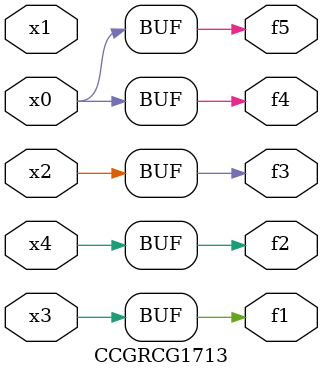
<source format=v>
module CCGRCG1713(
	input x0, x1, x2, x3, x4,
	output f1, f2, f3, f4, f5
);
	assign f1 = x3;
	assign f2 = x4;
	assign f3 = x2;
	assign f4 = x0;
	assign f5 = x0;
endmodule

</source>
